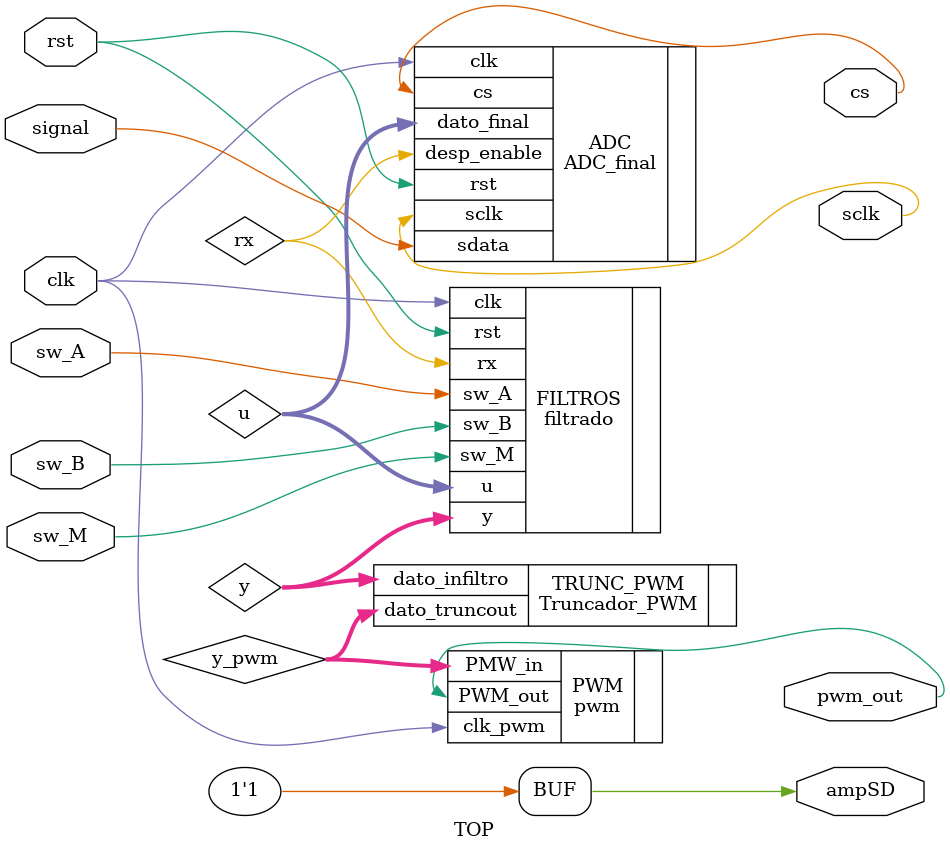
<source format=v>
`timescale 1ns / 1ps
module TOP#(parameter cant_bits = 25)(
				input wire clk, rst, signal, sw_A, sw_M, sw_B,
				output wire ampSD, pwm_out, cs , sclk
    );

wire [cant_bits-1:0] u, y;
wire [(cant_bits-3)/2:0] y_pwm;

assign ampSD = 1;

ADC_final ADC (
    .clk(clk), //---------
    .rst(rst), //--------
    .sdata(signal), //------
    .cs(cs), //-----
    .sclk(sclk), //--------
    .desp_enable(rx), //------
    .dato_final(u)//------
    );
	 
filtrado FILTROS (
    .rx(rx), //------
    .clk(clk), //-------
    .sw_B(sw_B), //-----
    .sw_M(sw_M), //-----
    .sw_A(sw_A), //--------
    .rst(rst), //---------
    .u(u), //--------
    .y(y)//------
    );
	 
Truncador_PWM TRUNC_PWM (
    .dato_infiltro(y), //--------
    .dato_truncout(y_pwm)//---
    );
	 
pwm PWM (
    .clk_pwm(clk), //--------
    .PMW_in(y_pwm), //------
    .PWM_out(pwm_out)//---------
    );	 
	 
endmodule

</source>
